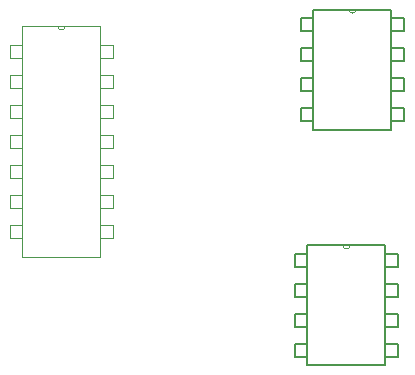
<source format=gm1>
G04 Layer_Color=16711935*
%FSLAX25Y25*%
%MOIN*%
G70*
G01*
G75*
%ADD24C,0.00600*%
%ADD25C,0.00000*%
D24*
X222500Y-214200D02*
Y-209800D01*
X218300D02*
X222500D01*
X218300Y-214200D02*
Y-209800D01*
Y-214200D02*
X222500D01*
Y-224200D02*
Y-219800D01*
X218300D02*
X222500D01*
X218300Y-224200D02*
Y-219800D01*
Y-224200D02*
X222500D01*
Y-234200D02*
Y-229800D01*
X218300D02*
X222500D01*
X218300Y-234200D02*
Y-229800D01*
Y-234200D02*
X222500D01*
Y-244200D02*
Y-239800D01*
X218300D02*
X222500D01*
X218300Y-244200D02*
Y-239800D01*
Y-244200D02*
X222500D01*
X248500D02*
Y-239800D01*
Y-244200D02*
X252700D01*
Y-239800D01*
X248500D02*
X252700D01*
X248500Y-234200D02*
Y-229800D01*
Y-234200D02*
X252700D01*
Y-229800D01*
X248500D02*
X252700D01*
X248500Y-224200D02*
Y-219800D01*
Y-224200D02*
X252700D01*
Y-219800D01*
X248500D02*
X252700D01*
X248500Y-214200D02*
Y-209800D01*
Y-214200D02*
X252700D01*
Y-209800D01*
X248500D02*
X252700D01*
X222500Y-247000D02*
X248500D01*
Y-207000D01*
X236700D02*
X248500D01*
X234300D02*
X236700D01*
X222500D02*
X234300D01*
X222500Y-247000D02*
Y-207000D01*
X224500Y-135700D02*
Y-131300D01*
X220300D02*
X224500D01*
X220300Y-135700D02*
Y-131300D01*
Y-135700D02*
X224500D01*
Y-145700D02*
Y-141300D01*
X220300D02*
X224500D01*
X220300Y-145700D02*
Y-141300D01*
Y-145700D02*
X224500D01*
Y-155700D02*
Y-151300D01*
X220300D02*
X224500D01*
X220300Y-155700D02*
Y-151300D01*
Y-155700D02*
X224500D01*
Y-165700D02*
Y-161300D01*
X220300D02*
X224500D01*
X220300Y-165700D02*
Y-161300D01*
Y-165700D02*
X224500D01*
X250500D02*
Y-161300D01*
Y-165700D02*
X254700D01*
Y-161300D01*
X250500D02*
X254700D01*
X250500Y-155700D02*
Y-151300D01*
Y-155700D02*
X254700D01*
Y-151300D01*
X250500D02*
X254700D01*
X250500Y-145700D02*
Y-141300D01*
Y-145700D02*
X254700D01*
Y-141300D01*
X250500D02*
X254700D01*
X250500Y-135700D02*
Y-131300D01*
Y-135700D02*
X254700D01*
Y-131300D01*
X250500D02*
X254700D01*
X224500Y-168500D02*
X250500D01*
Y-128500D01*
X238700D02*
X250500D01*
X236300D02*
X238700D01*
X224500D02*
X236300D01*
X224500Y-168500D02*
Y-128500D01*
D25*
X139300Y-134000D02*
G03*
X141700Y-134000I1200J0D01*
G01*
X234300Y-207000D02*
G03*
X236700Y-207000I1200J0D01*
G01*
X236300Y-128500D02*
G03*
X238700Y-128500I1200J0D01*
G01*
X127500Y-144700D02*
Y-140300D01*
X123300D02*
X127500D01*
X123300Y-144700D02*
Y-140300D01*
Y-144700D02*
X127500D01*
Y-154700D02*
Y-150300D01*
X123300D02*
X127500D01*
X123300Y-154700D02*
Y-150300D01*
Y-154700D02*
X127500D01*
Y-164700D02*
Y-160300D01*
X123300D02*
X127500D01*
X123300Y-164700D02*
Y-160300D01*
Y-164700D02*
X127500D01*
Y-174700D02*
Y-170300D01*
X123300D02*
X127500D01*
X123300Y-174700D02*
Y-170300D01*
Y-174700D02*
X127500D01*
Y-184700D02*
Y-180300D01*
X123300D02*
X127500D01*
X123300Y-184700D02*
Y-180300D01*
Y-184700D02*
X127500D01*
Y-194700D02*
Y-190300D01*
X123300D02*
X127500D01*
X123300Y-194700D02*
Y-190300D01*
Y-194700D02*
X127500D01*
Y-204700D02*
Y-200300D01*
X123300D02*
X127500D01*
X123300Y-204700D02*
Y-200300D01*
Y-204700D02*
X127500D01*
X153500D02*
Y-200300D01*
Y-204700D02*
X157700D01*
Y-200300D01*
X153500D02*
X157700D01*
X153500Y-194700D02*
Y-190300D01*
Y-194700D02*
X157700D01*
Y-190300D01*
X153500D02*
X157700D01*
X153500Y-184700D02*
Y-180300D01*
Y-184700D02*
X157700D01*
Y-180300D01*
X153500D02*
X157700D01*
X153500Y-174700D02*
Y-170300D01*
Y-174700D02*
X157700D01*
Y-170300D01*
X153500D02*
X157700D01*
X153500Y-164700D02*
Y-160300D01*
Y-164700D02*
X157700D01*
Y-160300D01*
X153500D02*
X157700D01*
X153500Y-154700D02*
Y-150300D01*
Y-154700D02*
X157700D01*
Y-150300D01*
X153500D02*
X157700D01*
X153500Y-144700D02*
Y-140300D01*
Y-144700D02*
X157700D01*
Y-140300D01*
X153500D02*
X157700D01*
X127500Y-211000D02*
X153500D01*
Y-134000D01*
X141700D02*
X153500D01*
X139300D02*
X141700D01*
X127500D02*
X139300D01*
X127500Y-211000D02*
Y-134000D01*
M02*

</source>
